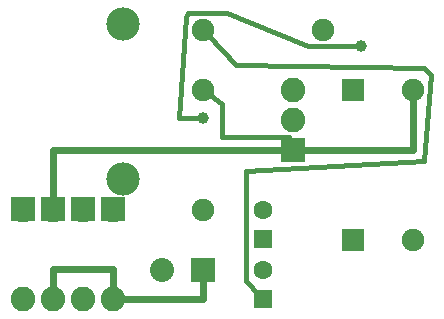
<source format=gbl>
G04 MADE WITH FRITZING*
G04 WWW.FRITZING.ORG*
G04 DOUBLE SIDED*
G04 HOLES PLATED*
G04 CONTOUR ON CENTER OF CONTOUR VECTOR*
%ASAXBY*%
%FSLAX23Y23*%
%MOIN*%
%OFA0B0*%
%SFA1.0B1.0*%
%ADD10C,0.111000*%
%ADD11C,0.082000*%
%ADD12C,0.080000*%
%ADD13C,0.075000*%
%ADD14C,0.062992*%
%ADD15C,0.039370*%
%ADD16R,0.082000X0.082000*%
%ADD17R,0.080000X0.080000*%
%ADD18R,0.075000X0.075000*%
%ADD19R,0.062992X0.062992*%
%ADD20C,0.024000*%
%ADD21C,0.016000*%
%LNCOPPER0*%
G90*
G70*
G54D10*
X479Y467D03*
X479Y984D03*
G54D11*
X1044Y565D03*
X1044Y665D03*
X1044Y765D03*
G54D12*
X744Y165D03*
X607Y165D03*
G54D11*
X444Y365D03*
X444Y67D03*
X344Y365D03*
X344Y67D03*
X244Y365D03*
X244Y67D03*
X144Y365D03*
X144Y67D03*
G54D13*
X1244Y265D03*
X1444Y265D03*
X1244Y765D03*
X1444Y765D03*
G54D14*
X944Y267D03*
X944Y365D03*
X944Y67D03*
X944Y165D03*
G54D13*
X744Y965D03*
X1144Y965D03*
X744Y365D03*
X744Y765D03*
G54D15*
X744Y670D03*
X1272Y910D03*
G54D16*
X1044Y565D03*
G54D17*
X744Y165D03*
G54D16*
X444Y366D03*
X344Y366D03*
X244Y366D03*
X144Y366D03*
G54D18*
X1244Y265D03*
X1244Y765D03*
G54D19*
X944Y267D03*
X944Y67D03*
G54D20*
X443Y166D02*
X444Y99D01*
D02*
X243Y166D02*
X443Y166D01*
D02*
X244Y99D02*
X243Y166D01*
D02*
X746Y66D02*
X745Y134D01*
D02*
X477Y67D02*
X746Y66D01*
D02*
X244Y564D02*
X244Y397D01*
D02*
X1012Y565D02*
X244Y564D01*
D02*
X1445Y564D02*
X1077Y565D01*
D02*
X1444Y736D02*
X1445Y564D01*
G54D21*
D02*
X760Y948D02*
X856Y846D01*
X856Y846D02*
X1480Y838D01*
X1480Y838D02*
X1504Y814D01*
X1504Y814D02*
X1480Y526D01*
X1480Y526D02*
X888Y494D01*
X888Y494D02*
X888Y126D01*
X888Y126D02*
X930Y82D01*
D02*
X731Y670D02*
X664Y670D01*
X664Y670D02*
X688Y1006D01*
D02*
X688Y1006D02*
X696Y1022D01*
D02*
X696Y1022D02*
X824Y1022D01*
D02*
X824Y1022D02*
X1096Y910D01*
X1096Y910D02*
X1259Y910D01*
D02*
X763Y751D02*
X808Y718D01*
X808Y718D02*
X808Y606D01*
X808Y606D02*
X1032Y606D01*
X1032Y606D02*
X1037Y590D01*
G04 End of Copper0*
M02*
</source>
